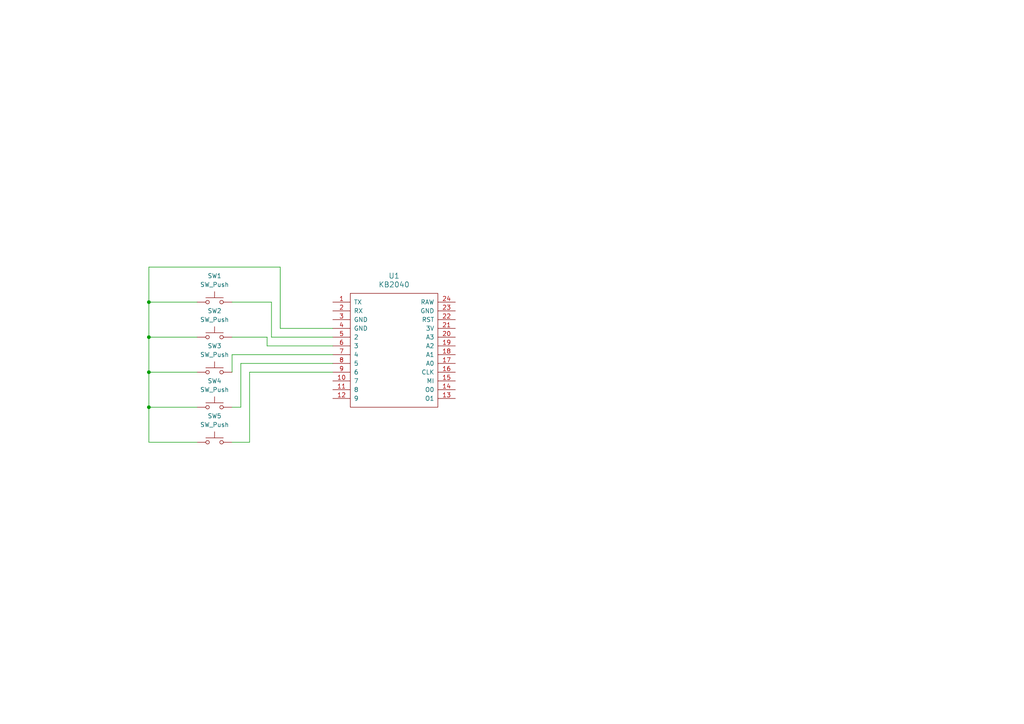
<source format=kicad_sch>
(kicad_sch (version 20230121) (generator eeschema)
  (paper "A4")
  (lib_symbols
    (symbol "Switch:SW_Push" (pin_numbers hide) (pin_names (offset 1.016) hide)
      (property "Reference" "SW" (at 1.27 2.54 0))
      (property "Value" "SW_Push" (at 0 -1.524 0))
      (symbol "SW_Push_0_1"
        (circle (center -2.032 0) (radius 0.508))
        (polyline (pts (xy 0 1.27) (xy 0 3.048)))
        (polyline (pts (xy 2.54 1.27) (xy -2.54 1.27)))
        (circle (center 2.032 0) (radius 0.508))
        (pin passive line (at -5.08 0 0) (length 2.54) (name "1") (number "1"))
        (pin passive line (at 5.08 0 180) (length 2.54) (name "2") (number "2"))
      )
    )
    (symbol "promicro:ProMicro" (pin_names (offset 1.016))
      (property "Reference" "U1" (at 0 26.67 0))
      (property "Value" "KB2040" (at 0 24.13 0))
      (symbol "ProMicro_0_1"
        (rectangle (start -12.7 21.59) (end 12.7 -11.43))
      )
      (symbol "ProMicro_1_1"
        (pin bidirectional line (at -17.78 19.05 0) (length 5.08) (name "TX") (number "1"))
        (pin bidirectional line (at -17.78 -3.81 0) (length 5.08) (name "7") (number "10"))
        (pin bidirectional line (at -17.78 -6.35 0) (length 5.08) (name "8") (number "11"))
        (pin bidirectional line (at -17.78 -8.89 0) (length 5.08) (name "9") (number "12"))
        (pin bidirectional line (at 17.78 -8.89 180) (length 5.08) (name "O1") (number "13"))
        (pin bidirectional line (at 17.78 -6.35 180) (length 5.08) (name "O0") (number "14"))
        (pin bidirectional line (at 17.78 -3.81 180) (length 5.08) (name "MI") (number "15"))
        (pin bidirectional line (at 17.78 -1.27 180) (length 5.08) (name "CLK") (number "16"))
        (pin bidirectional line (at 17.78 1.27 180) (length 5.08) (name "A0") (number "17"))
        (pin bidirectional line (at 17.78 3.81 180) (length 5.08) (name "A1") (number "18"))
        (pin bidirectional line (at 17.78 6.35 180) (length 5.08) (name "A2") (number "19"))
        (pin bidirectional line (at -17.78 16.51 0) (length 5.08) (name "RX") (number "2"))
        (pin bidirectional line (at 17.78 8.89 180) (length 5.08) (name "A3") (number "20"))
        (pin power_in line (at 17.78 11.43 180) (length 5.08) (name "3V") (number "21"))
        (pin input line (at 17.78 13.97 180) (length 5.08) (name "RST") (number "22"))
        (pin power_in line (at 17.78 16.51 180) (length 5.08) (name "GND") (number "23"))
        (pin power_out line (at 17.78 19.05 180) (length 5.08) (name "RAW") (number "24"))
        (pin power_in line (at -17.78 13.97 0) (length 5.08) (name "GND") (number "3"))
        (pin power_in line (at -17.78 11.43 0) (length 5.08) (name "GND") (number "4"))
        (pin bidirectional line (at -17.78 8.89 0) (length 5.08) (name "2") (number "5"))
        (pin bidirectional line (at -17.78 6.35 0) (length 5.08) (name "3") (number "6"))
        (pin bidirectional line (at -17.78 3.81 0) (length 5.08) (name "4") (number "7"))
        (pin bidirectional line (at -17.78 1.27 0) (length 5.08) (name "5") (number "8"))
        (pin bidirectional line (at -17.78 -1.27 0) (length 5.08) (name "6") (number "9"))
      )
    )
  )
  (junction (at 43.18 107.95))
  (junction (at 43.18 87.63))
  (junction (at 43.18 97.79))
  (junction (at 43.18 118.11))
  (no_connect (at -7.62 45.72))
  (wire (pts (xy 67.31 118.11) (xy 69.85 118.11)))
  (wire (pts (xy 69.85 118.11) (xy 69.85 105.41)))
  (wire (pts (xy 67.31 87.63) (xy 78.74 87.63)))
  (wire (pts (xy 81.28 77.47) (xy 81.28 95.25)))
  (wire (pts (xy 67.31 128.27) (xy 72.39 128.27)))
  (wire (pts (xy 72.39 107.95) (xy 96.52 107.95)))
  (wire (pts (xy 43.18 107.95) (xy 43.18 118.11)))
  (wire (pts (xy 78.74 97.79) (xy 96.52 97.79)))
  (wire (pts (xy 77.47 100.33) (xy 96.52 100.33)))
  (wire (pts (xy 57.15 87.63) (xy 43.18 87.63)))
  (wire (pts (xy 57.15 118.11) (xy 43.18 118.11)))
  (wire (pts (xy 81.28 95.25) (xy 96.52 95.25)))
  (wire (pts (xy 57.15 128.27) (xy 43.18 128.27)))
  (wire (pts (xy 78.74 87.63) (xy 78.74 97.79)))
  (wire (pts (xy 77.47 97.79) (xy 77.47 100.33)))
  (wire (pts (xy 69.85 105.41) (xy 96.52 105.41)))
  (wire (pts (xy 43.18 118.11) (xy 43.18 128.27)))
  (wire (pts (xy 43.18 87.63) (xy 43.18 97.79)))
  (wire (pts (xy 43.18 97.79) (xy 57.15 97.79)))
  (wire (pts (xy 57.15 107.95) (xy 43.18 107.95)))
  (wire (pts (xy 43.18 97.79) (xy 43.18 107.95)))
  (wire (pts (xy 72.39 128.27) (xy 72.39 107.95)))
  (wire (pts (xy 67.31 102.87) (xy 96.52 102.87)))
  (wire (pts (xy 43.18 87.63) (xy 43.18 77.47)))
  (wire (pts (xy 67.31 107.95) (xy 67.31 102.87)))
  (wire (pts (xy 43.18 77.47) (xy 81.28 77.47)))
  (wire (pts (xy 67.31 97.79) (xy 77.47 97.79)))
  (symbol (lib_id "Switch:SW_Push") (at 62.23 118.11 0) (unit 1)
    (property "Reference" "SW4" (at 62.23 110.49 0))
    (property "Value" "SW_Push" (at 62.23 113.03 0))
  )
  (symbol (lib_id "Switch:SW_Push") (at 62.23 128.27 0) (unit 1)
    (property "Reference" "SW5" (at 62.23 120.65 0))
    (property "Value" "SW_Push" (at 62.23 123.19 0))
  )
  (symbol (lib_id "promicro:ProMicro") (at 114.3 106.68 0) (unit 1)
    (property "Reference" "U1" (at 114.3 80.01 0) (effects (font (size 1.524 1.524))))
    (property "Value" "KB2040" (at 114.3 82.55 0) (effects (font (size 1.524 1.524))))
  )
  (symbol (lib_id "Switch:SW_Push") (at 62.23 87.63 0) (unit 1)
    (property "Reference" "SW1" (at 62.23 80.01 0))
    (property "Value" "SW_Push" (at 62.23 82.55 0))
  )
  (symbol (lib_id "Switch:SW_Push") (at 62.23 97.79 0) (unit 1)
    (property "Reference" "SW2" (at 62.23 90.17 0))
    (property "Value" "SW_Push" (at 62.23 92.71 0))
  )
  (symbol (lib_id "Switch:SW_Push") (at 62.23 107.95 0) (unit 1)
    (property "Reference" "SW3" (at 62.23 100.33 0))
    (property "Value" "SW_Push" (at 62.23 102.87 0))
  )
)
</source>
